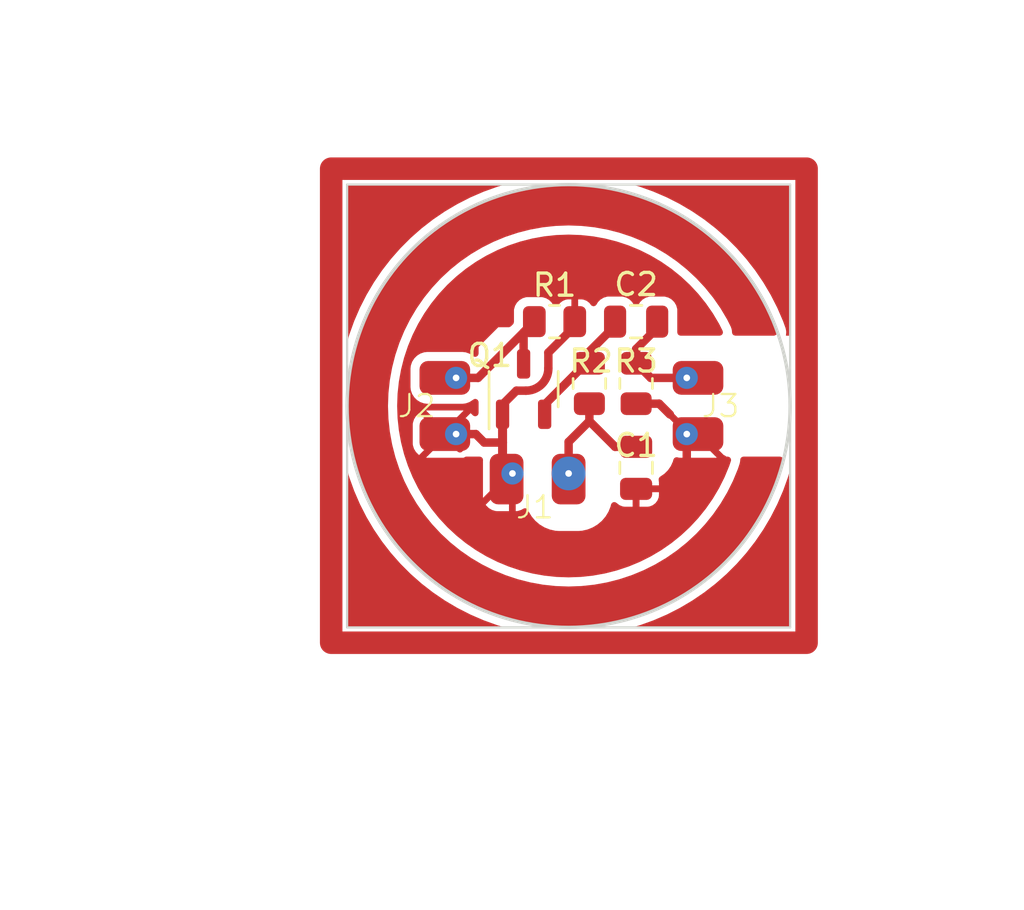
<source format=kicad_pcb>
(kicad_pcb (version 20221018) (generator pcbnew)
  (layers (0 "F.Cu" signal) (31 "B.Cu" signal) (34 "B.Paste" user) (35 "F.Paste" user) (36 "B.SilkS" user "B.Silkscreen") (37 "F.SilkS" user "F.Silkscreen") (38 "B.Mask" user) (39 "F.Mask" user) (44 "Edge.Cuts" user))
  (net 0 "")
  (net 1 "Net-(J2-Pin_1)")
  (net 2 "Net-(Q1-D)")
  (net 3 "Net-(J3-Pin_1)")
  (net 4 "/V+")
  (net 5 "/GND")
  (footprint "Capacitor_SMD:C_0805_2012Metric" (layer "F.Cu") (at 104.902 52.07)
    (fp_text reference "C2" (at 0 -1.68) (layer "F.SilkS"))
    (fp_text value "4,7uF")
    (fp_line (start -0.261252 -0.735) (end 0.261252 -0.735) (stroke (width 0.12)) (layer "F.SilkS"))
    (fp_line (start -0.261252 0.735) (end 0.261252 0.735) (stroke (width 0.12)) (layer "F.SilkS"))
    (pad "1" smd roundrect (at -0.95 0) (size 1 1.45) (layers "F.Cu" "F.Paste" "F.Mask") (net 2 "Net-(Q1-D)"))
    (pad "2" smd roundrect (at 0.95 0) (size 1 1.45) (layers "F.Cu" "F.Paste" "F.Mask") (net 3 "Net-(J3-Pin_1)"))
  )
  (footprint "Package_TO_SOT_SMD:SOT-23-3" (layer "F.Cu") (at 99.822 55.118 90)
    (fp_text reference "Q1" (at 1.524 -1.524 180) (layer "F.SilkS"))
    (fp_text value "J201")
    (fp_line (start 0 -1.56) (end -1.8 -1.56) (stroke (width 0.12)) (layer "F.SilkS"))
    (fp_line (start 0 -1.56) (end 0.8 -1.56) (stroke (width 0.12)) (layer "F.SilkS"))
    (fp_line (start 0 1.56) (end -0.8 1.56) (stroke (width 0.12)) (layer "F.SilkS"))
    (fp_line (start 0 1.56) (end 0.8 1.56) (stroke (width 0.12)) (layer "F.SilkS"))
    (pad "1" smd roundrect (at -1.1375 -0.95 90) (size 1.325 0.6) (layers "F.Cu" "F.Paste" "F.Mask") (net 5 "/GND"))
    (pad "2" smd roundrect (at -1.1375 0.95 90) (size 1.325 0.6) (layers "F.Cu" "F.Paste" "F.Mask") (net 2 "Net-(Q1-D)"))
    (pad "3" smd roundrect (at 1.1375 0 90) (size 1.325 0.6) (layers "F.Cu" "F.Paste" "F.Mask") (net 1 "Net-(J2-Pin_1)"))
  )
  (footprint "Resistor_SMD:R_0805_2012Metric" (layer "F.Cu") (at 101.219 52.07)
    (fp_text reference "R1" (at 0 -1.65) (layer "F.SilkS"))
    (fp_text value "3M")
    (fp_line (start -0.227064 -0.735) (end 0.227064 -0.735) (stroke (width 0.12)) (layer "F.SilkS"))
    (fp_line (start -0.227064 0.735) (end 0.227064 0.735) (stroke (width 0.12)) (layer "F.SilkS"))
    (pad "1" smd roundrect (at -0.9125 0) (size 1.025 1.4) (layers "F.Cu" "F.Paste" "F.Mask") (roundrect_rratio 0.243902439) (net 1 "Net-(J2-Pin_1)"))
    (pad "2" smd roundrect (at 0.9125 0) (size 1.025 1.4) (layers "F.Cu" "F.Paste" "F.Mask") (roundrect_rratio 0.243902439) (net 5 "/GND"))
  )
  (footprint "Capacitor_SMD:C_0805_2012Metric" (layer "F.Cu") (at 104.902 58.674 -90)
    (fp_text reference "C1" (at -1.016 0 -180) (layer "F.SilkS"))
    (fp_text value "10uF")
    (fp_line (start -0.261252 -0.735) (end 0.261252 -0.735) (stroke (width 0.12)) (layer "F.SilkS"))
    (fp_line (start -0.261252 0.735) (end 0.261252 0.735) (stroke (width 0.12)) (layer "F.SilkS"))
    (pad "1" smd roundrect (at -0.95 0 270) (size 1 1.45) (layers "F.Cu" "F.Paste" "F.Mask") (net 4 "/V+"))
    (pad "2" smd roundrect (at 0.95 0 270) (size 1 1.45) (layers "F.Cu" "F.Paste" "F.Mask") (net 5 "/GND"))
  )
  (footprint "!connections:P2" (layer "F.Cu") (at 107.696 54.61 180)
    (fp_text reference "J3" (at -1.016 -1.27 unlocked) (layer "F.SilkS") (effects (font (thickness 0.1))))
    (fp_text value "output (jack)")
    (pad "1" smd roundrect (at 0 0 180) (size 2.286 1.524) (layers "F.Cu" "F.Paste" "F.Mask") (net 3 "Net-(J3-Pin_1)"))
    (pad "2" smd roundrect (at 0 -2.54 180) (size 2.286 1.524) (layers "F.Cu" "F.Paste" "F.Mask") (net 5 "/GND"))
  )
  (footprint "Resistor_SMD:R_0805_2012Metric" (layer "F.Cu") (at 102.7915 54.864 90)
    (fp_text reference "R2" (at 1.016 0.0785 180) (layer "F.SilkS"))
    (fp_text value "2K2 [6K8]")
    (fp_line (start -0.227064 -0.735) (end 0.227064 -0.735) (stroke (width 0.12)) (layer "F.SilkS"))
    (fp_line (start -0.227064 0.735) (end 0.227064 0.735) (stroke (width 0.12)) (layer "F.SilkS"))
    (pad "1" smd roundrect (at -0.9125 0 90) (size 1.025 1.4) (layers "F.Cu" "F.Paste" "F.Mask") (roundrect_rratio 0.243902439) (net 4 "/V+"))
    (pad "2" smd roundrect (at 0.9125 0 90) (size 1.025 1.4) (layers "F.Cu" "F.Paste" "F.Mask") (roundrect_rratio 0.243902439) (net 2 "Net-(Q1-D)"))
  )
  (footprint "Resistor_SMD:R_0805_2012Metric" (layer "F.Cu") (at 104.902 54.864 -90)
    (fp_text reference "R3" (at -1.016 0 -180) (layer "F.SilkS"))
    (fp_text value "22K+ [51K]")
    (fp_line (start -0.227064 -0.735) (end 0.227064 -0.735) (stroke (width 0.12)) (layer "F.SilkS"))
    (fp_line (start -0.227064 0.735) (end 0.227064 0.735) (stroke (width 0.12)) (layer "F.SilkS"))
    (pad "1" smd roundrect (at -0.9125 0 270) (size 1.025 1.4) (layers "F.Cu" "F.Paste" "F.Mask") (roundrect_rratio 0.243902439) (net 3 "Net-(J3-Pin_1)"))
    (pad "2" smd roundrect (at 0.9125 0 270) (size 1.025 1.4) (layers "F.Cu" "F.Paste" "F.Mask") (roundrect_rratio 0.243902439) (net 5 "/GND"))
  )
  (footprint "!connections:P2" (layer "F.Cu") (at 96.266 54.61 180)
    (fp_text reference "J2" (at 1.27 -1.27 unlocked) (layer "F.SilkS") (effects (font (thickness 0.1))))
    (fp_text value "input (piezo)")
    (pad "1" smd roundrect (at 0 0 180) (size 2.286 1.524) (layers "F.Cu" "F.Paste" "F.Mask") (net 1 "Net-(J2-Pin_1)"))
    (pad "2" smd roundrect (at 0 -2.54 180) (size 2.286 1.524) (layers "F.Cu" "F.Paste" "F.Mask") (net 5 "/GND"))
  )
  (footprint "!connections:P2" (layer "F.Cu") (at 101.854 59.182 90)
    (fp_text reference "J1" (at -1.27 -1.524 unlocked) (layer "F.SilkS") (effects (font (thickness 0.1))))
    (fp_text value "power (3V) [9V]")
    (pad "1" smd roundrect (at 0 0 90) (size 2.286 1.524) (layers "F.Cu" "F.Paste" "F.Mask") (net 4 "/V+"))
    (pad "2" smd roundrect (at 0 -2.8 90) (size 2.286 1.524) (layers "F.Cu" "F.Paste" "F.Mask") (net 5 "/GND"))
  )
  (gr_rect (start 91.1352 45.1612) (end 112.5982 66.5734) (stroke (width 1.016)) (fill none) (layer "F.Cu"))
  (gr_line (start 91.854 65.88) (end 111.854 65.88) (stroke (width 0.1)) (layer "Edge.Cuts"))
  (gr_line (start 91.854 45.88) (end 91.854 65.88) (stroke (width 0.1)) (layer "Edge.Cuts"))
  (gr_circle (center 101.854 55.88) (end 111.854 55.88) (stroke (width 0.15)) (fill none) (layer "Edge.Cuts"))
  (gr_line (start 111.854 65.88) (end 111.854 45.88) (stroke (width 0.1)) (layer "Edge.Cuts"))
  (gr_line (start 111.854 45.88) (end 91.854 45.88) (stroke (width 0.1)) (layer "Edge.Cuts"))
  (segment (start 99.822 52.5545) (end 99.822 54.1805) (width 0.381) (layer "F.Cu") (net 1))
  (segment (start 100.3065 52.07) (end 99.822 52.5545) (width 0.381) (layer "F.Cu") (net 1))
  (segment (start 97.7665 54.61) (end 100.3065 52.07) (width 0.381) (layer "F.Cu") (net 1))
  (segment (start 96.774 54.61) (end 97.7665 54.61) (width 0.381) (layer "F.Cu") (net 1))
  (via (at 96.774 54.61) (size 1) (drill 0.3) (layers "F.Cu" "B.Cu") (net 1))
  (segment (start 100.772 56.0555) (end 100.772 55.819) (width 0.381) (layer "F.Cu") (net 2))
  (segment (start 103.952 52.258) (end 102.7915 53.4185) (width 0.381) (layer "F.Cu") (net 2))
  (segment (start 100.772 55.819) (end 102.6395 53.9515) (width 0.381) (layer "F.Cu") (net 2))
  (segment (start 102.6395 53.9515) (end 102.7915 53.9515) (width 0.381) (layer "F.Cu") (net 2))
  (segment (start 103.952 52.07) (end 103.952 52.258) (width 0.381) (layer "F.Cu") (net 2))
  (segment (start 102.7915 53.4185) (end 102.7915 53.9515) (width 0.381) (layer "F.Cu") (net 2))
  (segment (start 105.852 52.357) (end 105.852 52.07) (width 0.381) (layer "F.Cu") (net 3))
  (segment (start 104.902 53.9515) (end 104.902 53.307) (width 0.381) (layer "F.Cu") (net 3))
  (segment (start 105.5605 54.61) (end 104.902 53.9515) (width 0.381) (layer "F.Cu") (net 3))
  (segment (start 107.188 54.61) (end 105.5605 54.61) (width 0.381) (layer "F.Cu") (net 3))
  (segment (start 104.902 53.307) (end 105.852 52.357) (width 0.381) (layer "F.Cu") (net 3))
  (segment (start 107.696 54.61) (end 107.188 54.61) (width 0.381) (layer "F.Cu") (net 3))
  (via (at 107.188 54.61) (size 1) (drill 0.3) (layers "F.Cu" "B.Cu") (net 3))
  (segment (start 102.7915 56.5635) (end 103.952 57.724) (width 0.381) (layer "F.Cu") (net 4))
  (segment (start 101.854 58.928) (end 101.854 57.501) (width 0.381) (layer "F.Cu") (net 4))
  (segment (start 103.952 57.724) (end 104.902 57.724) (width 0.381) (layer "F.Cu") (net 4))
  (segment (start 102.7915 55.7765) (end 102.7915 56.5635) (width 0.381) (layer "F.Cu") (net 4))
  (segment (start 101.854 57.501) (end 102.7915 56.5635) (width 0.381) (layer "F.Cu") (net 4))
  (segment (start 101.854 59.182) (end 101.854 58.928) (width 0.381) (layer "F.Cu") (net 4))
  (via (at 101.854 58.928) (size 1.524) (drill 0.3) (layers "F.Cu" "B.Cu") (net 4))
  (segment (start 98.872 57.531) (end 98.871869 57.531131) (width 0.4064) (layer "F.Cu") (net 5))
  (segment (start 98.872 56.2555) (end 98.872 57.531) (width 0.4064) (layer "F.Cu") (net 5))
  (segment (start 107.188 57.023) (end 106.426 56.261) (width 0.3048) (layer "F.Cu") (net 5))
  (segment (start 105.9415 55.7765) (end 104.902 55.7765) (width 0.381) (layer "F.Cu") (net 5))
  (segment (start 98.044 57.531) (end 98.872 57.531) (width 0.381) (layer "F.Cu") (net 5))
  (segment (start 107.188 57.2516) (end 107.2896 57.15) (width 0.381) (layer "F.Cu") (net 5))
  (segment (start 96.012 57.15) (end 96.012 57.15) (width 0.381) (layer "F.Cu") (net 5))
  (segment (start 107.188 57.15) (end 107.696 57.15) (width 0.381) (layer "F.Cu") (net 5))
  (segment (start 107.188 58.674) (end 107.188 57.2516) (width 0.381) (layer "F.Cu") (net 5))
  (segment (start 106.238 59.624) (end 107.188 58.674) (width 0.381) (layer "F.Cu") (net 5))
  (segment (start 104.902 59.624) (end 104.902 60.706) (width 0.3048) (layer "F.Cu") (net 5))
  (segment (start 100.076 61.976) (end 99.314 61.214) (width 0.381) (layer "F.Cu") (net 5))
  (segment (start 98.872 56.708) (end 98.872 55.814) (width 0.381) (layer "F.Cu") (net 5))
  (segment (start 97.663 57.15) (end 98.044 57.531) (width 0.381) (layer "F.Cu") (net 5))
  (segment (start 106.426 56.261) (end 105.9415 55.7765) (width 0.381) (layer "F.Cu") (net 5))
  (segment (start 104.902 60.706) (end 103.632 61.976) (width 0.381) (layer "F.Cu") (net 5))
  (segment (start 107.188 57.15) (end 107.188 57.023) (width 0.3048) (layer "F.Cu") (net 5))
  (segment (start 104.902 59.624) (end 106.238 59.624) (width 0.3048) (layer "F.Cu") (net 5))
  (segment (start 96.774 57.15) (end 97.663 57.15) (width 0.381) (layer "F.Cu") (net 5))
  (segment (start 98.871869 57.531131) (end 98.871869 59.028847) (width 0.4064) (layer "F.Cu") (net 5))
  (segment (start 99.314 58.932904) (end 99.314 61.214) (width 0.3048) (layer "F.Cu") (net 5))
  (segment (start 102.1315 52.2751) (end 102.1315 52.07) (width 0.381) (layer "F.Cu") (net 5))
  (segment (start 99.4969 55.1891) (end 99.9287 55.1891) (width 0.381) (layer "F.Cu") (net 5))
  (segment (start 100.9396 54.1782) (end 100.9396 53.467) (width 0.381) (layer "F.Cu") (net 5))
  (segment (start 100.9396 53.467) (end 102.1315 52.2751) (width 0.381) (layer "F.Cu") (net 5))
  (segment (start 107.2896 57.15) (end 107.696 57.15) (width 0.381) (layer "F.Cu") (net 5))
  (segment (start 98.872 55.814) (end 99.4969 55.1891) (width 0.381) (layer "F.Cu") (net 5))
  (segment (start 103.632 61.976) (end 100.076 61.976) (width 0.381) (layer "F.Cu") (net 5))
  (segment (start 99.318904 58.928) (end 99.314 58.932904) (width 0.3048) (layer "F.Cu") (net 5))
  (via (at 96.774 57.15) (size 1) (drill 0.3) (layers "F.Cu" "B.Cu") (net 5))
  (via (at 107.188 57.15) (size 1) (drill 0.3) (layers "F.Cu" "B.Cu") (net 5))
  (via (at 99.318904 58.928) (size 1) (drill 0.3) (layers "F.Cu" "B.Cu") (net 5))
  (arc (start 98.871869 59.028847) (mid 98.935801 59.138394) (end 99.054 59.182) (width 0.4064) (layer "F.Cu") (net 5))
  (arc (start 99.9287 55.1891) (mid 100.643514 54.893014) (end 100.9396 54.1782) (width 0.381) (layer "F.Cu") (net 5))
  (zone (net 0) (net_name "") (layer "F.Cu") (connect_pads (clearance 0)) (min_thickness 0.25)
    (keepout (tracks not_allowed) (vias not_allowed) (pads not_allowed) (copperpour not_allowed) (footprints allowed))
    (fill (thermal_gap 0.5) (thermal_bridge_width 0.5))
    (polygon (pts (xy 108.966 58.166) (xy 106.934 56.134) (xy 105.918 56.134) (xy 105.918 52.705) (xy 112.141 52.705) (xy 112.141 58.166)))
  )
  (zone (net 0) (net_name "") (layer "F.Cu") (name "GND") (connect_pads (clearance 0)) (min_thickness 0.3048)
    (keepout (tracks allowed) (vias allowed) (pads allowed) (copperpour not_allowed) (footprints allowed))
    (fill (thermal_gap 0.3048) (thermal_bridge_width 0.3048))
    (polygon (pts (xy 101.6 58.166) (xy 96.901 58.166) (xy 97.79 56.896) (xy 97.79 53.213) (xy 98.679 52.324) (xy 101.6 52.324)))
  )
  (zone (net 5) (net_name "/GND") (layer "F.Cu") (connect_pads (clearance 0.0254)) (min_thickness 0.0254) (fill yes (thermal_gap 0.0254) (thermal_bridge_width 0.0254) (island_removal_mode 1) (island_area_min 9.999999))
    (polygon (pts (xy 111.854 65.88) (xy 111.854 45.88) (xy 91.854 45.88) (xy 91.854 65.88)))
  )
  (zone (net 5) (net_name "/GND") (layer "F.Cu") (priority 3) (connect_pads (clearance 0.4064)) (min_thickness 0.3048) (fill yes (thermal_gap 0.3048) (thermal_bridge_width 0.3048))
    (polygon (pts (xy 109.595793 55.88) (xy 109.576068 55.327707) (xy 109.516993 54.778228) (xy 109.418869 54.234364) (xy 109.282196 53.698885) (xy 109.107671 53.174521) (xy 108.896183 52.663943) (xy 108.648809 52.169754) (xy 108.366811 51.694471) (xy 108.051625 51.240516) (xy 107.704857 50.810204) (xy 107.328274 50.405726) (xy 106.923796 50.029143) (xy 106.493484 49.682375) (xy 106.039529 49.367189) (xy 105.564246 49.085191) (xy 105.070057 48.837817) (xy 104.559479 48.626329) (xy 104.035115 48.451804) (xy 103.499636 48.315131) (xy 102.955772 48.217007) (xy 102.406293 48.157932) (xy 101.854 48.138207) (xy 101.301707 48.157932) (xy 100.752228 48.217007) (xy 100.208364 48.315131) (xy 99.672885 48.451804) (xy 99.148521 48.626329) (xy 98.637943 48.837817) (xy 98.143754 49.085191) (xy 97.668471 49.367189) (xy 97.214516 49.682375) (xy 96.784204 50.029143) (xy 96.379726 50.405726) (xy 96.003143 50.810204) (xy 95.656375 51.240516) (xy 95.341189 51.694471) (xy 95.059191 52.169754) (xy 94.811817 52.663943) (xy 94.600329 53.174521) (xy 94.425804 53.698885) (xy 94.289131 54.234364) (xy 94.191007 54.778228) (xy 94.131932 55.327707) (xy 94.112207 55.88) (xy 94.131932 56.432293) (xy 94.191007 56.981772) (xy 94.289131 57.525636) (xy 94.425804 58.061115) (xy 94.600329 58.585479) (xy 94.811817 59.096057) (xy 95.059191 59.590246) (xy 95.341189 60.065529) (xy 95.656375 60.519484) (xy 96.003143 60.949796) (xy 96.379726 61.354274) (xy 96.784204 61.730857) (xy 97.214516 62.077625) (xy 97.668471 62.392811) (xy 98.143754 62.674809) (xy 98.637943 62.922183) (xy 99.148521 63.133671) (xy 99.672885 63.308196) (xy 100.208364 63.444869) (xy 100.752228 63.542993) (xy 101.301707 63.602068) (xy 101.854 63.621793) (xy 102.406293 63.602068) (xy 102.955772 63.542993) (xy 103.499636 63.444869) (xy 104.035115 63.308196) (xy 104.559479 63.133671) (xy 105.070057 62.922183) (xy 105.564246 62.674809) (xy 106.039529 62.392811) (xy 106.493484 62.077625) (xy 106.923796 61.730857) (xy 107.328274 61.354274) (xy 107.704857 60.949796) (xy 108.051625 60.519484) (xy 108.366811 60.065529) (xy 108.648809 59.590246) (xy 108.896183 59.096057) (xy 109.107671 58.585479) (xy 109.282196 58.061115) (xy 109.418869 57.525636) (xy 109.516993 56.981772) (xy 109.576068 56.432293)))
  )
  (zone (net 0) (net_name "") (layer "F.Cu") (priority 1) (connect_pads (clearance 0.0254)) (min_thickness 0.3048) (fill yes (thermal_gap 0.0254) (thermal_bridge_width 0.0254) (island_removal_mode 1) (island_area_min 10))
    (polygon (pts (xy 111.854 55.88) (xy 111.834267 55.252095) (xy 111.775147 54.626668) (xy 111.676873 54.006187) (xy 111.539832 53.393101) (xy 111.364565 52.78983) (xy 111.151765 52.198754) (xy 110.902271 51.622207) (xy 110.617067 51.062463) (xy 110.297279 50.521732) (xy 109.94417 50.002147) (xy 109.559132 49.50576) (xy 109.143686 49.034529) (xy 108.699471 48.590314) (xy 108.22824 48.174868) (xy 107.731853 47.78983) (xy 107.212268 47.436721) (xy 106.671537 47.116933) (xy 106.111793 46.831729) (xy 105.535246 46.582235) (xy 104.94417 46.369435) (xy 104.340899 46.194168) (xy 103.727813 46.057127) (xy 103.107332 45.958853) (xy 102.481905 45.899733) (xy 101.854 45.88) (xy 101.226095 45.899733) (xy 100.600668 45.958853) (xy 99.980187 46.057127) (xy 99.367101 46.194168) (xy 98.76383 46.369435) (xy 98.172754 46.582235) (xy 97.596207 46.831729) (xy 97.036463 47.116933) (xy 96.495732 47.436721) (xy 95.976147 47.78983) (xy 95.47976 48.174868) (xy 95.008529 48.590314) (xy 94.564314 49.034529) (xy 94.148868 49.50576) (xy 93.76383 50.002147) (xy 93.410721 50.521732) (xy 93.090933 51.062463) (xy 92.805729 51.622207) (xy 92.556235 52.198754) (xy 92.343435 52.78983) (xy 92.168168 53.393101) (xy 92.031127 54.006187) (xy 91.932853 54.626668) (xy 91.873733 55.252095) (xy 91.854 55.88) (xy 91.873733 56.507905) (xy 91.932853 57.133332) (xy 92.031127 57.753813) (xy 92.168168 58.366899) (xy 92.343435 58.97017) (xy 92.556235 59.561246) (xy 92.805729 60.137793) (xy 93.090933 60.697537) (xy 93.410721 61.238268) (xy 93.76383 61.757853) (xy 94.148868 62.25424) (xy 94.564314 62.725471) (xy 95.008529 63.169686) (xy 95.47976 63.585132) (xy 95.976147 63.97017) (xy 96.495732 64.323279) (xy 97.036463 64.643067) (xy 97.596207 64.928271) (xy 98.172754 65.177765) (xy 98.76383 65.390565) (xy 99.367101 65.565832) (xy 99.980187 65.702873) (xy 100.600668 65.801147) (xy 101.226095 65.860267) (xy 101.854 65.88) (xy 102.481905 65.860267) (xy 103.107332 65.801147) (xy 103.727813 65.702873) (xy 104.340899 65.565832) (xy 104.94417 65.390565) (xy 105.535246 65.177765) (xy 106.111793 64.928271) (xy 106.671537 64.643067) (xy 107.212268 64.323279) (xy 107.731853 63.97017) (xy 108.22824 63.585132) (xy 108.699471 63.169686) (xy 109.143686 62.725471) (xy 109.559132 62.25424) (xy 109.94417 61.757853) (xy 110.297279 61.238268) (xy 110.617067 60.697537) (xy 110.902271 60.137793) (xy 111.151765 59.561246) (xy 111.364565 58.97017) (xy 111.539832 58.366899) (xy 111.676873 57.753813) (xy 111.775147 57.133332) (xy 111.834267 56.507905) (xy 111.854 55.88)))
  )
)
</source>
